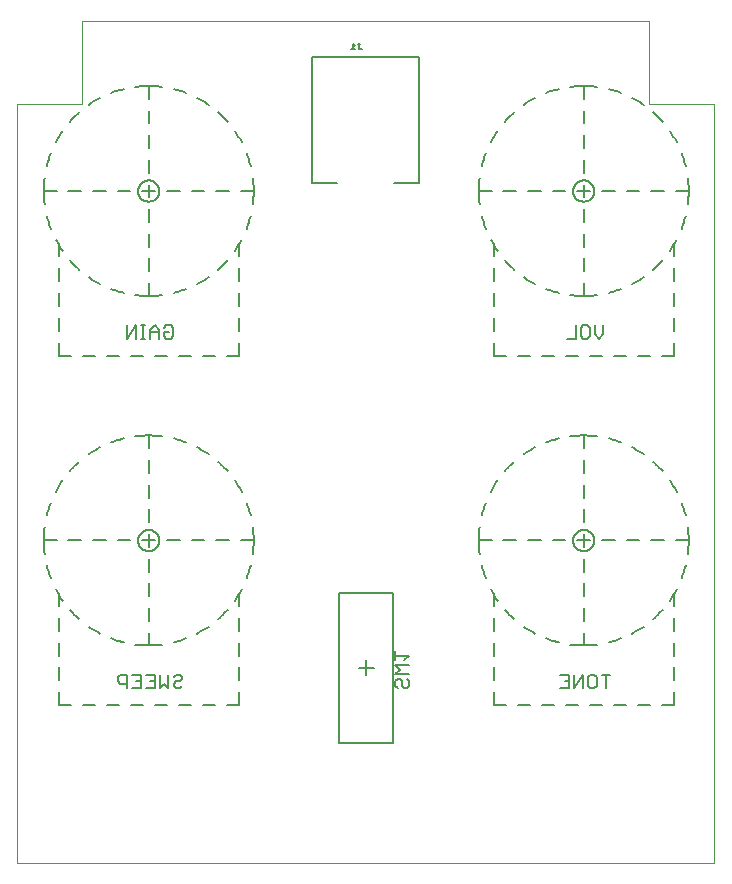
<source format=gbo>
G75*
%MOIN*%
%OFA0B0*%
%FSLAX25Y25*%
%IPPOS*%
%LPD*%
%AMOC8*
5,1,8,0,0,1.08239X$1,22.5*
%
%ADD10C,0.00500*%
%ADD11C,0.00600*%
%ADD12C,0.00800*%
%ADD13C,0.00000*%
D10*
X0018750Y0059163D02*
X0022805Y0059163D01*
X0026742Y0059163D02*
X0030797Y0059163D01*
X0034734Y0059163D02*
X0038789Y0059163D01*
X0042726Y0059163D02*
X0046781Y0059163D01*
X0050719Y0059163D02*
X0054774Y0059163D01*
X0058711Y0059163D02*
X0062766Y0059163D01*
X0066703Y0059163D02*
X0070758Y0059163D01*
X0074695Y0059163D02*
X0078750Y0059163D01*
X0078750Y0063501D01*
X0078750Y0067438D02*
X0078750Y0071776D01*
X0078750Y0075713D02*
X0078750Y0080050D01*
X0078750Y0083987D02*
X0078750Y0088325D01*
X0078750Y0092262D02*
X0078750Y0096600D01*
X0079472Y0114100D02*
X0083750Y0114100D01*
X0075535Y0114100D02*
X0071257Y0114100D01*
X0067320Y0114100D02*
X0063041Y0114100D01*
X0059104Y0114100D02*
X0054826Y0114100D01*
X0050889Y0114100D02*
X0046611Y0114100D01*
X0014757Y0122435D02*
X0014943Y0123158D01*
X0015143Y0123877D01*
X0015360Y0124592D01*
X0015591Y0125302D01*
X0015837Y0126007D01*
X0016099Y0126706D01*
X0018028Y0114100D02*
X0013750Y0114100D01*
X0021965Y0114100D02*
X0026243Y0114100D01*
X0030180Y0114100D02*
X0034459Y0114100D01*
X0038396Y0114100D02*
X0042674Y0114100D01*
X0022469Y0137215D02*
X0022968Y0137771D01*
X0023479Y0138315D01*
X0024001Y0138849D01*
X0024535Y0139371D01*
X0025079Y0139882D01*
X0025635Y0140381D01*
X0048750Y0140885D02*
X0048750Y0136607D01*
X0048750Y0132670D02*
X0048750Y0128391D01*
X0048750Y0124454D02*
X0048750Y0120176D01*
X0048750Y0116239D02*
X0048750Y0111961D01*
X0040414Y0080107D02*
X0039691Y0080293D01*
X0038972Y0080494D01*
X0038258Y0080710D01*
X0037548Y0080941D01*
X0036843Y0081188D01*
X0036144Y0081449D01*
X0048750Y0083378D02*
X0048750Y0079100D01*
X0048750Y0087315D02*
X0048750Y0091593D01*
X0048750Y0095530D02*
X0048750Y0099809D01*
X0048750Y0103746D02*
X0048750Y0108024D01*
X0057086Y0080107D02*
X0057809Y0080293D01*
X0058528Y0080494D01*
X0059242Y0080710D01*
X0059952Y0080941D01*
X0060657Y0081188D01*
X0061356Y0081449D01*
X0020041Y0094081D02*
X0019620Y0094698D01*
X0019213Y0095323D01*
X0018819Y0095957D01*
X0018439Y0096600D01*
X0018073Y0097250D01*
X0017720Y0097909D01*
X0018750Y0096600D02*
X0018750Y0092262D01*
X0018750Y0088325D02*
X0018750Y0083987D01*
X0018750Y0080050D02*
X0018750Y0075713D01*
X0018750Y0071776D02*
X0018750Y0067438D01*
X0018750Y0063501D02*
X0018750Y0059163D01*
X0077459Y0094081D02*
X0077880Y0094698D01*
X0078287Y0095323D01*
X0078681Y0095957D01*
X0079061Y0096600D01*
X0079427Y0097250D01*
X0079780Y0097909D01*
X0082743Y0122435D02*
X0082557Y0123158D01*
X0082357Y0123877D01*
X0082140Y0124592D01*
X0081909Y0125302D01*
X0081663Y0126007D01*
X0081401Y0126706D01*
X0075031Y0137215D02*
X0074532Y0137771D01*
X0074021Y0138315D01*
X0073499Y0138849D01*
X0072965Y0139371D01*
X0072421Y0139882D01*
X0071865Y0140381D01*
X0048750Y0144822D02*
X0048750Y0149100D01*
X0046781Y0175663D02*
X0042726Y0175663D01*
X0038789Y0175663D02*
X0034734Y0175663D01*
X0030797Y0175663D02*
X0026742Y0175663D01*
X0022805Y0175663D02*
X0018750Y0175663D01*
X0018750Y0180001D01*
X0018750Y0183938D02*
X0018750Y0188276D01*
X0018750Y0192213D02*
X0018750Y0196550D01*
X0018750Y0200487D02*
X0018750Y0204825D01*
X0018750Y0208762D02*
X0018750Y0213100D01*
X0018028Y0230600D02*
X0013750Y0230600D01*
X0021965Y0230600D02*
X0026243Y0230600D01*
X0030180Y0230600D02*
X0034459Y0230600D01*
X0038396Y0230600D02*
X0042674Y0230600D01*
X0046611Y0230600D02*
X0050889Y0230600D01*
X0082743Y0238935D02*
X0082557Y0239658D01*
X0082357Y0240377D01*
X0082140Y0241092D01*
X0081909Y0241802D01*
X0081663Y0242507D01*
X0081401Y0243206D01*
X0079472Y0230600D02*
X0083750Y0230600D01*
X0075535Y0230600D02*
X0071257Y0230600D01*
X0067320Y0230600D02*
X0063041Y0230600D01*
X0059104Y0230600D02*
X0054826Y0230600D01*
X0075031Y0253715D02*
X0074532Y0254271D01*
X0074021Y0254815D01*
X0073499Y0255349D01*
X0072965Y0255871D01*
X0072421Y0256382D01*
X0071865Y0256881D01*
X0048750Y0257385D02*
X0048750Y0253107D01*
X0048750Y0249170D02*
X0048750Y0244891D01*
X0048750Y0240954D02*
X0048750Y0236676D01*
X0048750Y0232739D02*
X0048750Y0228461D01*
X0040414Y0196607D02*
X0039691Y0196793D01*
X0038972Y0196994D01*
X0038258Y0197210D01*
X0037548Y0197441D01*
X0036843Y0197688D01*
X0036144Y0197949D01*
X0048750Y0199878D02*
X0048750Y0195600D01*
X0048750Y0203815D02*
X0048750Y0208093D01*
X0048750Y0212030D02*
X0048750Y0216309D01*
X0048750Y0220246D02*
X0048750Y0224524D01*
X0057086Y0196607D02*
X0057809Y0196793D01*
X0058528Y0196994D01*
X0059242Y0197210D01*
X0059952Y0197441D01*
X0060657Y0197688D01*
X0061356Y0197949D01*
X0078750Y0196550D02*
X0078750Y0192213D01*
X0078750Y0188276D02*
X0078750Y0183938D01*
X0078750Y0180001D02*
X0078750Y0175663D01*
X0074695Y0175663D01*
X0070758Y0175663D02*
X0066703Y0175663D01*
X0062766Y0175663D02*
X0058711Y0175663D01*
X0054774Y0175663D02*
X0050719Y0175663D01*
X0078750Y0200487D02*
X0078750Y0204825D01*
X0078750Y0208762D02*
X0078750Y0213100D01*
X0079780Y0246791D02*
X0079427Y0247449D01*
X0079061Y0248100D01*
X0078681Y0248742D01*
X0078287Y0249377D01*
X0077880Y0250002D01*
X0077459Y0250619D01*
X0048750Y0261322D02*
X0048750Y0265600D01*
X0057085Y0264593D02*
X0057808Y0264407D01*
X0058527Y0264207D01*
X0059242Y0263990D01*
X0059952Y0263759D01*
X0060657Y0263513D01*
X0061356Y0263251D01*
X0083464Y0235067D02*
X0083551Y0234325D01*
X0083623Y0233582D01*
X0083678Y0232838D01*
X0083718Y0232092D01*
X0083742Y0231346D01*
X0083750Y0230600D01*
X0053217Y0265314D02*
X0052475Y0265401D01*
X0051732Y0265473D01*
X0050988Y0265528D01*
X0050242Y0265568D01*
X0049496Y0265592D01*
X0048750Y0265600D01*
X0040415Y0264593D02*
X0039692Y0264407D01*
X0038973Y0264207D01*
X0038258Y0263990D01*
X0037548Y0263759D01*
X0036843Y0263513D01*
X0036144Y0263251D01*
X0025635Y0256881D02*
X0025079Y0256382D01*
X0024535Y0255871D01*
X0024001Y0255349D01*
X0023479Y0254815D01*
X0022968Y0254271D01*
X0022469Y0253715D01*
X0016099Y0243206D02*
X0015837Y0242507D01*
X0015591Y0241802D01*
X0015360Y0241092D01*
X0015143Y0240377D01*
X0014943Y0239658D01*
X0014757Y0238935D01*
X0044283Y0265314D02*
X0045025Y0265401D01*
X0045768Y0265473D01*
X0046512Y0265528D01*
X0047258Y0265568D01*
X0048004Y0265592D01*
X0048750Y0265600D01*
X0064941Y0261630D02*
X0065599Y0261277D01*
X0066250Y0260911D01*
X0066892Y0260531D01*
X0067527Y0260137D01*
X0068152Y0259730D01*
X0068769Y0259309D01*
X0032559Y0261630D02*
X0031901Y0261277D01*
X0031250Y0260911D01*
X0030608Y0260531D01*
X0029973Y0260137D01*
X0029348Y0259730D01*
X0028731Y0259309D01*
X0014036Y0235067D02*
X0013949Y0234325D01*
X0013877Y0233582D01*
X0013822Y0232838D01*
X0013782Y0232092D01*
X0013758Y0231346D01*
X0013750Y0230600D01*
X0017720Y0246791D02*
X0018073Y0247449D01*
X0018439Y0248100D01*
X0018819Y0248742D01*
X0019213Y0249377D01*
X0019620Y0250002D01*
X0020041Y0250619D01*
X0014757Y0222264D02*
X0014943Y0221541D01*
X0015144Y0220822D01*
X0015360Y0220108D01*
X0015591Y0219398D01*
X0015838Y0218693D01*
X0016099Y0217994D01*
X0077459Y0210581D02*
X0077880Y0211198D01*
X0078287Y0211823D01*
X0078681Y0212457D01*
X0079061Y0213100D01*
X0079427Y0213750D01*
X0079780Y0214409D01*
X0020041Y0210581D02*
X0019620Y0211198D01*
X0019213Y0211823D01*
X0018819Y0212457D01*
X0018439Y0213100D01*
X0018073Y0213750D01*
X0017720Y0214409D01*
X0048750Y0195600D02*
X0049497Y0195608D01*
X0050243Y0195632D01*
X0050988Y0195672D01*
X0051733Y0195727D01*
X0052476Y0195799D01*
X0053217Y0195886D01*
X0025635Y0204319D02*
X0025079Y0204818D01*
X0024535Y0205329D01*
X0024001Y0205851D01*
X0023479Y0206385D01*
X0022968Y0206929D01*
X0022469Y0207485D01*
X0071865Y0204319D02*
X0072421Y0204818D01*
X0072965Y0205329D01*
X0073499Y0205851D01*
X0074021Y0206385D01*
X0074532Y0206929D01*
X0075031Y0207485D01*
X0048750Y0195600D02*
X0048003Y0195608D01*
X0047257Y0195632D01*
X0046512Y0195672D01*
X0045767Y0195727D01*
X0045024Y0195799D01*
X0044283Y0195886D01*
X0045215Y0230600D02*
X0045217Y0230719D01*
X0045223Y0230837D01*
X0045233Y0230956D01*
X0045247Y0231074D01*
X0045265Y0231191D01*
X0045287Y0231308D01*
X0045312Y0231424D01*
X0045342Y0231539D01*
X0045375Y0231653D01*
X0045413Y0231766D01*
X0045454Y0231877D01*
X0045498Y0231987D01*
X0045547Y0232095D01*
X0045599Y0232202D01*
X0045655Y0232307D01*
X0045714Y0232410D01*
X0045776Y0232511D01*
X0045842Y0232610D01*
X0045911Y0232707D01*
X0045984Y0232801D01*
X0046059Y0232892D01*
X0046138Y0232982D01*
X0046219Y0233068D01*
X0046303Y0233152D01*
X0046391Y0233232D01*
X0046480Y0233310D01*
X0046573Y0233385D01*
X0046667Y0233456D01*
X0046765Y0233525D01*
X0046864Y0233590D01*
X0046965Y0233651D01*
X0047069Y0233710D01*
X0047174Y0233764D01*
X0047282Y0233816D01*
X0047390Y0233863D01*
X0047501Y0233907D01*
X0047613Y0233947D01*
X0047726Y0233983D01*
X0047840Y0234016D01*
X0047955Y0234044D01*
X0048071Y0234069D01*
X0048188Y0234090D01*
X0048306Y0234107D01*
X0048424Y0234120D01*
X0048542Y0234129D01*
X0048661Y0234134D01*
X0048780Y0234135D01*
X0048898Y0234132D01*
X0049017Y0234125D01*
X0049135Y0234114D01*
X0049253Y0234099D01*
X0049370Y0234080D01*
X0049487Y0234057D01*
X0049603Y0234031D01*
X0049717Y0234000D01*
X0049831Y0233966D01*
X0049944Y0233927D01*
X0050055Y0233885D01*
X0050164Y0233840D01*
X0050272Y0233790D01*
X0050379Y0233737D01*
X0050483Y0233681D01*
X0050586Y0233621D01*
X0050686Y0233558D01*
X0050784Y0233491D01*
X0050880Y0233421D01*
X0050974Y0233348D01*
X0051065Y0233272D01*
X0051153Y0233192D01*
X0051239Y0233110D01*
X0051322Y0233025D01*
X0051402Y0232937D01*
X0051479Y0232847D01*
X0051553Y0232754D01*
X0051624Y0232659D01*
X0051691Y0232561D01*
X0051756Y0232461D01*
X0051816Y0232359D01*
X0051874Y0232255D01*
X0051928Y0232149D01*
X0051978Y0232041D01*
X0052024Y0231932D01*
X0052067Y0231821D01*
X0052106Y0231709D01*
X0052142Y0231596D01*
X0052173Y0231481D01*
X0052201Y0231366D01*
X0052225Y0231250D01*
X0052245Y0231132D01*
X0052261Y0231015D01*
X0052273Y0230897D01*
X0052281Y0230778D01*
X0052285Y0230659D01*
X0052285Y0230541D01*
X0052281Y0230422D01*
X0052273Y0230303D01*
X0052261Y0230185D01*
X0052245Y0230068D01*
X0052225Y0229950D01*
X0052201Y0229834D01*
X0052173Y0229719D01*
X0052142Y0229604D01*
X0052106Y0229491D01*
X0052067Y0229379D01*
X0052024Y0229268D01*
X0051978Y0229159D01*
X0051928Y0229051D01*
X0051874Y0228945D01*
X0051816Y0228841D01*
X0051756Y0228739D01*
X0051691Y0228639D01*
X0051624Y0228541D01*
X0051553Y0228446D01*
X0051479Y0228353D01*
X0051402Y0228263D01*
X0051322Y0228175D01*
X0051239Y0228090D01*
X0051153Y0228008D01*
X0051065Y0227928D01*
X0050974Y0227852D01*
X0050880Y0227779D01*
X0050784Y0227709D01*
X0050686Y0227642D01*
X0050586Y0227579D01*
X0050483Y0227519D01*
X0050379Y0227463D01*
X0050272Y0227410D01*
X0050164Y0227360D01*
X0050055Y0227315D01*
X0049944Y0227273D01*
X0049831Y0227234D01*
X0049717Y0227200D01*
X0049603Y0227169D01*
X0049487Y0227143D01*
X0049370Y0227120D01*
X0049253Y0227101D01*
X0049135Y0227086D01*
X0049017Y0227075D01*
X0048898Y0227068D01*
X0048780Y0227065D01*
X0048661Y0227066D01*
X0048542Y0227071D01*
X0048424Y0227080D01*
X0048306Y0227093D01*
X0048188Y0227110D01*
X0048071Y0227131D01*
X0047955Y0227156D01*
X0047840Y0227184D01*
X0047726Y0227217D01*
X0047613Y0227253D01*
X0047501Y0227293D01*
X0047390Y0227337D01*
X0047282Y0227384D01*
X0047174Y0227436D01*
X0047069Y0227490D01*
X0046965Y0227549D01*
X0046864Y0227610D01*
X0046765Y0227675D01*
X0046667Y0227744D01*
X0046573Y0227815D01*
X0046480Y0227890D01*
X0046391Y0227968D01*
X0046303Y0228048D01*
X0046219Y0228132D01*
X0046138Y0228218D01*
X0046059Y0228308D01*
X0045984Y0228399D01*
X0045911Y0228493D01*
X0045842Y0228590D01*
X0045776Y0228689D01*
X0045714Y0228790D01*
X0045655Y0228893D01*
X0045599Y0228998D01*
X0045547Y0229105D01*
X0045498Y0229213D01*
X0045454Y0229323D01*
X0045413Y0229434D01*
X0045375Y0229547D01*
X0045342Y0229661D01*
X0045312Y0229776D01*
X0045287Y0229892D01*
X0045265Y0230009D01*
X0045247Y0230126D01*
X0045233Y0230244D01*
X0045223Y0230363D01*
X0045217Y0230481D01*
X0045215Y0230600D01*
X0083464Y0226133D02*
X0083551Y0226874D01*
X0083623Y0227617D01*
X0083678Y0228362D01*
X0083718Y0229107D01*
X0083742Y0229853D01*
X0083750Y0230600D01*
X0014036Y0226133D02*
X0013949Y0226874D01*
X0013877Y0227617D01*
X0013822Y0228362D01*
X0013782Y0229107D01*
X0013758Y0229853D01*
X0013750Y0230600D01*
X0064941Y0199570D02*
X0065600Y0199923D01*
X0066250Y0200289D01*
X0066893Y0200669D01*
X0067527Y0201063D01*
X0068152Y0201470D01*
X0068769Y0201891D01*
X0032559Y0199570D02*
X0031900Y0199923D01*
X0031250Y0200289D01*
X0030607Y0200669D01*
X0029973Y0201063D01*
X0029348Y0201470D01*
X0028731Y0201891D01*
X0081401Y0217994D02*
X0081662Y0218693D01*
X0081909Y0219398D01*
X0082140Y0220108D01*
X0082356Y0220822D01*
X0082557Y0221541D01*
X0082743Y0222264D01*
X0116292Y0277750D02*
X0117560Y0277750D01*
X0116926Y0277750D02*
X0116926Y0279652D01*
X0117560Y0279018D01*
X0118502Y0279652D02*
X0119136Y0279652D01*
X0118819Y0279652D02*
X0118819Y0278067D01*
X0119136Y0277750D01*
X0119453Y0277750D01*
X0119770Y0278067D01*
X0158750Y0230600D02*
X0163028Y0230600D01*
X0166965Y0230600D02*
X0171243Y0230600D01*
X0175180Y0230600D02*
X0179459Y0230600D01*
X0183396Y0230600D02*
X0187674Y0230600D01*
X0191611Y0230600D02*
X0195889Y0230600D01*
X0227743Y0238935D02*
X0227557Y0239658D01*
X0227357Y0240377D01*
X0227140Y0241092D01*
X0226909Y0241802D01*
X0226663Y0242507D01*
X0226401Y0243206D01*
X0224472Y0230600D02*
X0228750Y0230600D01*
X0220535Y0230600D02*
X0216257Y0230600D01*
X0212320Y0230600D02*
X0208041Y0230600D01*
X0204104Y0230600D02*
X0199826Y0230600D01*
X0220031Y0253715D02*
X0219532Y0254271D01*
X0219021Y0254815D01*
X0218499Y0255349D01*
X0217965Y0255871D01*
X0217421Y0256382D01*
X0216865Y0256881D01*
X0193750Y0257385D02*
X0193750Y0253107D01*
X0193750Y0249170D02*
X0193750Y0244891D01*
X0193750Y0240954D02*
X0193750Y0236676D01*
X0193750Y0232739D02*
X0193750Y0228461D01*
X0185414Y0196607D02*
X0184691Y0196793D01*
X0183972Y0196994D01*
X0183258Y0197210D01*
X0182548Y0197441D01*
X0181843Y0197688D01*
X0181144Y0197949D01*
X0193750Y0199878D02*
X0193750Y0195600D01*
X0193750Y0203815D02*
X0193750Y0208093D01*
X0193750Y0212030D02*
X0193750Y0216309D01*
X0193750Y0220246D02*
X0193750Y0224524D01*
X0202086Y0196607D02*
X0202809Y0196793D01*
X0203528Y0196994D01*
X0204242Y0197210D01*
X0204952Y0197441D01*
X0205657Y0197688D01*
X0206356Y0197949D01*
X0223750Y0196550D02*
X0223750Y0192213D01*
X0223750Y0188276D02*
X0223750Y0183938D01*
X0223750Y0180001D02*
X0223750Y0175663D01*
X0219695Y0175663D01*
X0215758Y0175663D02*
X0211703Y0175663D01*
X0207766Y0175663D02*
X0203711Y0175663D01*
X0199774Y0175663D02*
X0195719Y0175663D01*
X0191781Y0175663D02*
X0187726Y0175663D01*
X0183789Y0175663D02*
X0179734Y0175663D01*
X0175797Y0175663D02*
X0171742Y0175663D01*
X0167805Y0175663D02*
X0163750Y0175663D01*
X0163750Y0180001D01*
X0163750Y0183938D02*
X0163750Y0188276D01*
X0163750Y0192213D02*
X0163750Y0196550D01*
X0163750Y0200487D02*
X0163750Y0204825D01*
X0163750Y0208762D02*
X0163750Y0213100D01*
X0159757Y0238935D02*
X0159943Y0239658D01*
X0160143Y0240377D01*
X0160360Y0241092D01*
X0160591Y0241802D01*
X0160837Y0242507D01*
X0161099Y0243206D01*
X0167469Y0253715D02*
X0167968Y0254271D01*
X0168479Y0254815D01*
X0169001Y0255349D01*
X0169535Y0255871D01*
X0170079Y0256382D01*
X0170635Y0256881D01*
X0193750Y0261322D02*
X0193750Y0265600D01*
X0202085Y0264593D02*
X0202808Y0264407D01*
X0203527Y0264207D01*
X0204242Y0263990D01*
X0204952Y0263759D01*
X0205657Y0263513D01*
X0206356Y0263251D01*
X0228464Y0235067D02*
X0228551Y0234325D01*
X0228623Y0233582D01*
X0228678Y0232838D01*
X0228718Y0232092D01*
X0228742Y0231346D01*
X0228750Y0230600D01*
X0223750Y0213100D02*
X0223750Y0208762D01*
X0223750Y0204825D02*
X0223750Y0200487D01*
X0165041Y0210581D02*
X0164620Y0211198D01*
X0164213Y0211823D01*
X0163819Y0212457D01*
X0163439Y0213100D01*
X0163073Y0213750D01*
X0162720Y0214409D01*
X0162720Y0246791D02*
X0163073Y0247449D01*
X0163439Y0248100D01*
X0163819Y0248742D01*
X0164213Y0249377D01*
X0164620Y0250002D01*
X0165041Y0250619D01*
X0181144Y0263251D02*
X0181843Y0263513D01*
X0182548Y0263759D01*
X0183258Y0263990D01*
X0183973Y0264207D01*
X0184692Y0264407D01*
X0185415Y0264593D01*
X0159036Y0235067D02*
X0158949Y0234325D01*
X0158877Y0233582D01*
X0158822Y0232838D01*
X0158782Y0232092D01*
X0158758Y0231346D01*
X0158750Y0230600D01*
X0189283Y0265314D02*
X0190025Y0265401D01*
X0190768Y0265473D01*
X0191512Y0265528D01*
X0192258Y0265568D01*
X0193004Y0265592D01*
X0193750Y0265600D01*
X0209941Y0261630D02*
X0210599Y0261277D01*
X0211250Y0260911D01*
X0211892Y0260531D01*
X0212527Y0260137D01*
X0213152Y0259730D01*
X0213769Y0259309D01*
X0198217Y0265314D02*
X0197475Y0265401D01*
X0196732Y0265473D01*
X0195988Y0265528D01*
X0195242Y0265568D01*
X0194496Y0265592D01*
X0193750Y0265600D01*
X0177559Y0261630D02*
X0176901Y0261277D01*
X0176250Y0260911D01*
X0175608Y0260531D01*
X0174973Y0260137D01*
X0174348Y0259730D01*
X0173731Y0259309D01*
X0222459Y0250619D02*
X0222880Y0250002D01*
X0223287Y0249377D01*
X0223681Y0248742D01*
X0224061Y0248100D01*
X0224427Y0247449D01*
X0224780Y0246791D01*
X0158750Y0230600D02*
X0158758Y0229853D01*
X0158782Y0229107D01*
X0158822Y0228362D01*
X0158877Y0227617D01*
X0158949Y0226874D01*
X0159036Y0226133D01*
X0193750Y0195600D02*
X0194497Y0195608D01*
X0195243Y0195632D01*
X0195988Y0195672D01*
X0196733Y0195727D01*
X0197476Y0195799D01*
X0198217Y0195886D01*
X0170635Y0204319D02*
X0170079Y0204818D01*
X0169535Y0205329D01*
X0169001Y0205851D01*
X0168479Y0206385D01*
X0167968Y0206929D01*
X0167469Y0207485D01*
X0222459Y0210581D02*
X0222880Y0211198D01*
X0223287Y0211823D01*
X0223681Y0212457D01*
X0224061Y0213100D01*
X0224427Y0213750D01*
X0224780Y0214409D01*
X0193750Y0195600D02*
X0193003Y0195608D01*
X0192257Y0195632D01*
X0191512Y0195672D01*
X0190767Y0195727D01*
X0190024Y0195799D01*
X0189283Y0195886D01*
X0216865Y0204319D02*
X0217421Y0204818D01*
X0217965Y0205329D01*
X0218499Y0205851D01*
X0219021Y0206385D01*
X0219532Y0206929D01*
X0220031Y0207485D01*
X0190215Y0230600D02*
X0190217Y0230719D01*
X0190223Y0230837D01*
X0190233Y0230956D01*
X0190247Y0231074D01*
X0190265Y0231191D01*
X0190287Y0231308D01*
X0190312Y0231424D01*
X0190342Y0231539D01*
X0190375Y0231653D01*
X0190413Y0231766D01*
X0190454Y0231877D01*
X0190498Y0231987D01*
X0190547Y0232095D01*
X0190599Y0232202D01*
X0190655Y0232307D01*
X0190714Y0232410D01*
X0190776Y0232511D01*
X0190842Y0232610D01*
X0190911Y0232707D01*
X0190984Y0232801D01*
X0191059Y0232892D01*
X0191138Y0232982D01*
X0191219Y0233068D01*
X0191303Y0233152D01*
X0191391Y0233232D01*
X0191480Y0233310D01*
X0191573Y0233385D01*
X0191667Y0233456D01*
X0191765Y0233525D01*
X0191864Y0233590D01*
X0191965Y0233651D01*
X0192069Y0233710D01*
X0192174Y0233764D01*
X0192282Y0233816D01*
X0192390Y0233863D01*
X0192501Y0233907D01*
X0192613Y0233947D01*
X0192726Y0233983D01*
X0192840Y0234016D01*
X0192955Y0234044D01*
X0193071Y0234069D01*
X0193188Y0234090D01*
X0193306Y0234107D01*
X0193424Y0234120D01*
X0193542Y0234129D01*
X0193661Y0234134D01*
X0193780Y0234135D01*
X0193898Y0234132D01*
X0194017Y0234125D01*
X0194135Y0234114D01*
X0194253Y0234099D01*
X0194370Y0234080D01*
X0194487Y0234057D01*
X0194603Y0234031D01*
X0194717Y0234000D01*
X0194831Y0233966D01*
X0194944Y0233927D01*
X0195055Y0233885D01*
X0195164Y0233840D01*
X0195272Y0233790D01*
X0195379Y0233737D01*
X0195483Y0233681D01*
X0195586Y0233621D01*
X0195686Y0233558D01*
X0195784Y0233491D01*
X0195880Y0233421D01*
X0195974Y0233348D01*
X0196065Y0233272D01*
X0196153Y0233192D01*
X0196239Y0233110D01*
X0196322Y0233025D01*
X0196402Y0232937D01*
X0196479Y0232847D01*
X0196553Y0232754D01*
X0196624Y0232659D01*
X0196691Y0232561D01*
X0196756Y0232461D01*
X0196816Y0232359D01*
X0196874Y0232255D01*
X0196928Y0232149D01*
X0196978Y0232041D01*
X0197024Y0231932D01*
X0197067Y0231821D01*
X0197106Y0231709D01*
X0197142Y0231596D01*
X0197173Y0231481D01*
X0197201Y0231366D01*
X0197225Y0231250D01*
X0197245Y0231132D01*
X0197261Y0231015D01*
X0197273Y0230897D01*
X0197281Y0230778D01*
X0197285Y0230659D01*
X0197285Y0230541D01*
X0197281Y0230422D01*
X0197273Y0230303D01*
X0197261Y0230185D01*
X0197245Y0230068D01*
X0197225Y0229950D01*
X0197201Y0229834D01*
X0197173Y0229719D01*
X0197142Y0229604D01*
X0197106Y0229491D01*
X0197067Y0229379D01*
X0197024Y0229268D01*
X0196978Y0229159D01*
X0196928Y0229051D01*
X0196874Y0228945D01*
X0196816Y0228841D01*
X0196756Y0228739D01*
X0196691Y0228639D01*
X0196624Y0228541D01*
X0196553Y0228446D01*
X0196479Y0228353D01*
X0196402Y0228263D01*
X0196322Y0228175D01*
X0196239Y0228090D01*
X0196153Y0228008D01*
X0196065Y0227928D01*
X0195974Y0227852D01*
X0195880Y0227779D01*
X0195784Y0227709D01*
X0195686Y0227642D01*
X0195586Y0227579D01*
X0195483Y0227519D01*
X0195379Y0227463D01*
X0195272Y0227410D01*
X0195164Y0227360D01*
X0195055Y0227315D01*
X0194944Y0227273D01*
X0194831Y0227234D01*
X0194717Y0227200D01*
X0194603Y0227169D01*
X0194487Y0227143D01*
X0194370Y0227120D01*
X0194253Y0227101D01*
X0194135Y0227086D01*
X0194017Y0227075D01*
X0193898Y0227068D01*
X0193780Y0227065D01*
X0193661Y0227066D01*
X0193542Y0227071D01*
X0193424Y0227080D01*
X0193306Y0227093D01*
X0193188Y0227110D01*
X0193071Y0227131D01*
X0192955Y0227156D01*
X0192840Y0227184D01*
X0192726Y0227217D01*
X0192613Y0227253D01*
X0192501Y0227293D01*
X0192390Y0227337D01*
X0192282Y0227384D01*
X0192174Y0227436D01*
X0192069Y0227490D01*
X0191965Y0227549D01*
X0191864Y0227610D01*
X0191765Y0227675D01*
X0191667Y0227744D01*
X0191573Y0227815D01*
X0191480Y0227890D01*
X0191391Y0227968D01*
X0191303Y0228048D01*
X0191219Y0228132D01*
X0191138Y0228218D01*
X0191059Y0228308D01*
X0190984Y0228399D01*
X0190911Y0228493D01*
X0190842Y0228590D01*
X0190776Y0228689D01*
X0190714Y0228790D01*
X0190655Y0228893D01*
X0190599Y0228998D01*
X0190547Y0229105D01*
X0190498Y0229213D01*
X0190454Y0229323D01*
X0190413Y0229434D01*
X0190375Y0229547D01*
X0190342Y0229661D01*
X0190312Y0229776D01*
X0190287Y0229892D01*
X0190265Y0230009D01*
X0190247Y0230126D01*
X0190233Y0230244D01*
X0190223Y0230363D01*
X0190217Y0230481D01*
X0190215Y0230600D01*
X0159757Y0222264D02*
X0159943Y0221541D01*
X0160144Y0220822D01*
X0160360Y0220108D01*
X0160591Y0219398D01*
X0160838Y0218693D01*
X0161099Y0217994D01*
X0228464Y0226133D02*
X0228551Y0226874D01*
X0228623Y0227617D01*
X0228678Y0228362D01*
X0228718Y0229107D01*
X0228742Y0229853D01*
X0228750Y0230600D01*
X0227743Y0222264D02*
X0227557Y0221541D01*
X0227356Y0220822D01*
X0227140Y0220108D01*
X0226909Y0219398D01*
X0226662Y0218693D01*
X0226401Y0217994D01*
X0177559Y0199570D02*
X0176900Y0199923D01*
X0176250Y0200289D01*
X0175607Y0200669D01*
X0174973Y0201063D01*
X0174348Y0201470D01*
X0173731Y0201891D01*
X0209941Y0199570D02*
X0210600Y0199923D01*
X0211250Y0200289D01*
X0211893Y0200669D01*
X0212527Y0201063D01*
X0213152Y0201470D01*
X0213769Y0201891D01*
X0193750Y0149100D02*
X0193750Y0144822D01*
X0193750Y0140885D02*
X0193750Y0136607D01*
X0193750Y0132670D02*
X0193750Y0128391D01*
X0193750Y0124454D02*
X0193750Y0120176D01*
X0193750Y0116239D02*
X0193750Y0111961D01*
X0185414Y0080107D02*
X0184691Y0080293D01*
X0183972Y0080494D01*
X0183258Y0080710D01*
X0182548Y0080941D01*
X0181843Y0081188D01*
X0181144Y0081449D01*
X0193750Y0083378D02*
X0193750Y0079100D01*
X0193750Y0087315D02*
X0193750Y0091593D01*
X0193750Y0095530D02*
X0193750Y0099809D01*
X0193750Y0103746D02*
X0193750Y0108024D01*
X0202086Y0080107D02*
X0202809Y0080293D01*
X0203528Y0080494D01*
X0204242Y0080710D01*
X0204952Y0080941D01*
X0205657Y0081188D01*
X0206356Y0081449D01*
X0207766Y0059163D02*
X0203711Y0059163D01*
X0199774Y0059163D02*
X0195719Y0059163D01*
X0191781Y0059163D02*
X0187726Y0059163D01*
X0183789Y0059163D02*
X0179734Y0059163D01*
X0175797Y0059163D02*
X0171742Y0059163D01*
X0167805Y0059163D02*
X0163750Y0059163D01*
X0163750Y0063501D01*
X0163750Y0067438D02*
X0163750Y0071776D01*
X0163750Y0075713D02*
X0163750Y0080050D01*
X0163750Y0083987D02*
X0163750Y0088325D01*
X0163750Y0092262D02*
X0163750Y0096600D01*
X0163028Y0114100D02*
X0158750Y0114100D01*
X0166965Y0114100D02*
X0171243Y0114100D01*
X0175180Y0114100D02*
X0179459Y0114100D01*
X0183396Y0114100D02*
X0187674Y0114100D01*
X0191611Y0114100D02*
X0195889Y0114100D01*
X0227743Y0122435D02*
X0227557Y0123158D01*
X0227357Y0123877D01*
X0227140Y0124592D01*
X0226909Y0125302D01*
X0226663Y0126007D01*
X0226401Y0126706D01*
X0224472Y0114100D02*
X0228750Y0114100D01*
X0220535Y0114100D02*
X0216257Y0114100D01*
X0212320Y0114100D02*
X0208041Y0114100D01*
X0204104Y0114100D02*
X0199826Y0114100D01*
X0220031Y0137215D02*
X0219532Y0137771D01*
X0219021Y0138315D01*
X0218499Y0138849D01*
X0217965Y0139371D01*
X0217421Y0139882D01*
X0216865Y0140381D01*
X0206356Y0146751D02*
X0205657Y0147013D01*
X0204952Y0147259D01*
X0204242Y0147490D01*
X0203527Y0147707D01*
X0202808Y0147907D01*
X0202085Y0148093D01*
X0228464Y0118567D02*
X0228551Y0117825D01*
X0228623Y0117082D01*
X0228678Y0116338D01*
X0228718Y0115592D01*
X0228742Y0114846D01*
X0228750Y0114100D01*
X0223750Y0096600D02*
X0223750Y0092262D01*
X0223750Y0088325D02*
X0223750Y0083987D01*
X0223750Y0080050D02*
X0223750Y0075713D01*
X0223750Y0071776D02*
X0223750Y0067438D01*
X0223750Y0063501D02*
X0223750Y0059163D01*
X0219695Y0059163D01*
X0215758Y0059163D02*
X0211703Y0059163D01*
X0165041Y0094081D02*
X0164620Y0094698D01*
X0164213Y0095323D01*
X0163819Y0095957D01*
X0163439Y0096600D01*
X0163073Y0097250D01*
X0162720Y0097909D01*
X0135504Y0075653D02*
X0131000Y0075653D01*
X0131000Y0074152D02*
X0131000Y0077155D01*
X0134003Y0074152D02*
X0135504Y0075653D01*
X0135504Y0072551D02*
X0131000Y0072551D01*
X0132501Y0071049D01*
X0131000Y0069548D01*
X0135504Y0069548D01*
X0134753Y0067947D02*
X0135504Y0067196D01*
X0135504Y0065695D01*
X0134753Y0064944D01*
X0134003Y0064944D01*
X0133252Y0065695D01*
X0133252Y0067196D01*
X0132501Y0067947D01*
X0131751Y0067947D01*
X0131000Y0067196D01*
X0131000Y0065695D01*
X0131751Y0064944D01*
X0123750Y0071600D02*
X0118750Y0071600D01*
X0121250Y0069100D02*
X0121250Y0074100D01*
X0159757Y0122435D02*
X0159943Y0123158D01*
X0160143Y0123877D01*
X0160360Y0124592D01*
X0160591Y0125302D01*
X0160837Y0126007D01*
X0161099Y0126706D01*
X0167469Y0137215D02*
X0167968Y0137771D01*
X0168479Y0138315D01*
X0169001Y0138849D01*
X0169535Y0139371D01*
X0170079Y0139882D01*
X0170635Y0140381D01*
X0181144Y0146751D02*
X0181843Y0147013D01*
X0182548Y0147259D01*
X0183258Y0147490D01*
X0183973Y0147707D01*
X0184692Y0147907D01*
X0185415Y0148093D01*
X0159036Y0118567D02*
X0158949Y0117825D01*
X0158877Y0117082D01*
X0158822Y0116338D01*
X0158782Y0115592D01*
X0158758Y0114846D01*
X0158750Y0114100D01*
X0189283Y0148814D02*
X0190025Y0148901D01*
X0190768Y0148973D01*
X0191512Y0149028D01*
X0192258Y0149068D01*
X0193004Y0149092D01*
X0193750Y0149100D01*
X0209941Y0145130D02*
X0210599Y0144777D01*
X0211250Y0144411D01*
X0211892Y0144031D01*
X0212527Y0143637D01*
X0213152Y0143230D01*
X0213769Y0142809D01*
X0198217Y0148814D02*
X0197475Y0148901D01*
X0196732Y0148973D01*
X0195988Y0149028D01*
X0195242Y0149068D01*
X0194496Y0149092D01*
X0193750Y0149100D01*
X0177559Y0145130D02*
X0176901Y0144777D01*
X0176250Y0144411D01*
X0175608Y0144031D01*
X0174973Y0143637D01*
X0174348Y0143230D01*
X0173731Y0142809D01*
X0165041Y0134119D02*
X0164620Y0133502D01*
X0164213Y0132877D01*
X0163819Y0132242D01*
X0163439Y0131600D01*
X0163073Y0130949D01*
X0162720Y0130291D01*
X0159757Y0105764D02*
X0159943Y0105041D01*
X0160144Y0104322D01*
X0160360Y0103608D01*
X0160591Y0102898D01*
X0160838Y0102193D01*
X0161099Y0101494D01*
X0222459Y0094081D02*
X0222880Y0094698D01*
X0223287Y0095323D01*
X0223681Y0095957D01*
X0224061Y0096600D01*
X0224427Y0097250D01*
X0224780Y0097909D01*
X0224780Y0130291D02*
X0224427Y0130949D01*
X0224061Y0131600D01*
X0223681Y0132242D01*
X0223287Y0132877D01*
X0222880Y0133502D01*
X0222459Y0134119D01*
X0158750Y0114100D02*
X0158758Y0113353D01*
X0158782Y0112607D01*
X0158822Y0111862D01*
X0158877Y0111117D01*
X0158949Y0110374D01*
X0159036Y0109633D01*
X0193750Y0079100D02*
X0194497Y0079108D01*
X0195243Y0079132D01*
X0195988Y0079172D01*
X0196733Y0079227D01*
X0197476Y0079299D01*
X0198217Y0079386D01*
X0170635Y0087819D02*
X0170079Y0088318D01*
X0169535Y0088829D01*
X0169001Y0089351D01*
X0168479Y0089885D01*
X0167968Y0090429D01*
X0167469Y0090985D01*
X0216865Y0087819D02*
X0217421Y0088318D01*
X0217965Y0088829D01*
X0218499Y0089351D01*
X0219021Y0089885D01*
X0219532Y0090429D01*
X0220031Y0090985D01*
X0193750Y0079100D02*
X0193003Y0079108D01*
X0192257Y0079132D01*
X0191512Y0079172D01*
X0190767Y0079227D01*
X0190024Y0079299D01*
X0189283Y0079386D01*
X0190215Y0114100D02*
X0190217Y0114219D01*
X0190223Y0114337D01*
X0190233Y0114456D01*
X0190247Y0114574D01*
X0190265Y0114691D01*
X0190287Y0114808D01*
X0190312Y0114924D01*
X0190342Y0115039D01*
X0190375Y0115153D01*
X0190413Y0115266D01*
X0190454Y0115377D01*
X0190498Y0115487D01*
X0190547Y0115595D01*
X0190599Y0115702D01*
X0190655Y0115807D01*
X0190714Y0115910D01*
X0190776Y0116011D01*
X0190842Y0116110D01*
X0190911Y0116207D01*
X0190984Y0116301D01*
X0191059Y0116392D01*
X0191138Y0116482D01*
X0191219Y0116568D01*
X0191303Y0116652D01*
X0191391Y0116732D01*
X0191480Y0116810D01*
X0191573Y0116885D01*
X0191667Y0116956D01*
X0191765Y0117025D01*
X0191864Y0117090D01*
X0191965Y0117151D01*
X0192069Y0117210D01*
X0192174Y0117264D01*
X0192282Y0117316D01*
X0192390Y0117363D01*
X0192501Y0117407D01*
X0192613Y0117447D01*
X0192726Y0117483D01*
X0192840Y0117516D01*
X0192955Y0117544D01*
X0193071Y0117569D01*
X0193188Y0117590D01*
X0193306Y0117607D01*
X0193424Y0117620D01*
X0193542Y0117629D01*
X0193661Y0117634D01*
X0193780Y0117635D01*
X0193898Y0117632D01*
X0194017Y0117625D01*
X0194135Y0117614D01*
X0194253Y0117599D01*
X0194370Y0117580D01*
X0194487Y0117557D01*
X0194603Y0117531D01*
X0194717Y0117500D01*
X0194831Y0117466D01*
X0194944Y0117427D01*
X0195055Y0117385D01*
X0195164Y0117340D01*
X0195272Y0117290D01*
X0195379Y0117237D01*
X0195483Y0117181D01*
X0195586Y0117121D01*
X0195686Y0117058D01*
X0195784Y0116991D01*
X0195880Y0116921D01*
X0195974Y0116848D01*
X0196065Y0116772D01*
X0196153Y0116692D01*
X0196239Y0116610D01*
X0196322Y0116525D01*
X0196402Y0116437D01*
X0196479Y0116347D01*
X0196553Y0116254D01*
X0196624Y0116159D01*
X0196691Y0116061D01*
X0196756Y0115961D01*
X0196816Y0115859D01*
X0196874Y0115755D01*
X0196928Y0115649D01*
X0196978Y0115541D01*
X0197024Y0115432D01*
X0197067Y0115321D01*
X0197106Y0115209D01*
X0197142Y0115096D01*
X0197173Y0114981D01*
X0197201Y0114866D01*
X0197225Y0114750D01*
X0197245Y0114632D01*
X0197261Y0114515D01*
X0197273Y0114397D01*
X0197281Y0114278D01*
X0197285Y0114159D01*
X0197285Y0114041D01*
X0197281Y0113922D01*
X0197273Y0113803D01*
X0197261Y0113685D01*
X0197245Y0113568D01*
X0197225Y0113450D01*
X0197201Y0113334D01*
X0197173Y0113219D01*
X0197142Y0113104D01*
X0197106Y0112991D01*
X0197067Y0112879D01*
X0197024Y0112768D01*
X0196978Y0112659D01*
X0196928Y0112551D01*
X0196874Y0112445D01*
X0196816Y0112341D01*
X0196756Y0112239D01*
X0196691Y0112139D01*
X0196624Y0112041D01*
X0196553Y0111946D01*
X0196479Y0111853D01*
X0196402Y0111763D01*
X0196322Y0111675D01*
X0196239Y0111590D01*
X0196153Y0111508D01*
X0196065Y0111428D01*
X0195974Y0111352D01*
X0195880Y0111279D01*
X0195784Y0111209D01*
X0195686Y0111142D01*
X0195586Y0111079D01*
X0195483Y0111019D01*
X0195379Y0110963D01*
X0195272Y0110910D01*
X0195164Y0110860D01*
X0195055Y0110815D01*
X0194944Y0110773D01*
X0194831Y0110734D01*
X0194717Y0110700D01*
X0194603Y0110669D01*
X0194487Y0110643D01*
X0194370Y0110620D01*
X0194253Y0110601D01*
X0194135Y0110586D01*
X0194017Y0110575D01*
X0193898Y0110568D01*
X0193780Y0110565D01*
X0193661Y0110566D01*
X0193542Y0110571D01*
X0193424Y0110580D01*
X0193306Y0110593D01*
X0193188Y0110610D01*
X0193071Y0110631D01*
X0192955Y0110656D01*
X0192840Y0110684D01*
X0192726Y0110717D01*
X0192613Y0110753D01*
X0192501Y0110793D01*
X0192390Y0110837D01*
X0192282Y0110884D01*
X0192174Y0110936D01*
X0192069Y0110990D01*
X0191965Y0111049D01*
X0191864Y0111110D01*
X0191765Y0111175D01*
X0191667Y0111244D01*
X0191573Y0111315D01*
X0191480Y0111390D01*
X0191391Y0111468D01*
X0191303Y0111548D01*
X0191219Y0111632D01*
X0191138Y0111718D01*
X0191059Y0111808D01*
X0190984Y0111899D01*
X0190911Y0111993D01*
X0190842Y0112090D01*
X0190776Y0112189D01*
X0190714Y0112290D01*
X0190655Y0112393D01*
X0190599Y0112498D01*
X0190547Y0112605D01*
X0190498Y0112713D01*
X0190454Y0112823D01*
X0190413Y0112934D01*
X0190375Y0113047D01*
X0190342Y0113161D01*
X0190312Y0113276D01*
X0190287Y0113392D01*
X0190265Y0113509D01*
X0190247Y0113626D01*
X0190233Y0113744D01*
X0190223Y0113863D01*
X0190217Y0113981D01*
X0190215Y0114100D01*
X0228464Y0109633D02*
X0228551Y0110374D01*
X0228623Y0111117D01*
X0228678Y0111862D01*
X0228718Y0112607D01*
X0228742Y0113353D01*
X0228750Y0114100D01*
X0227743Y0105764D02*
X0227557Y0105041D01*
X0227356Y0104322D01*
X0227140Y0103608D01*
X0226909Y0102898D01*
X0226662Y0102193D01*
X0226401Y0101494D01*
X0177559Y0083070D02*
X0176900Y0083423D01*
X0176250Y0083789D01*
X0175607Y0084169D01*
X0174973Y0084563D01*
X0174348Y0084970D01*
X0173731Y0085391D01*
X0209941Y0083070D02*
X0210600Y0083423D01*
X0211250Y0083789D01*
X0211893Y0084169D01*
X0212527Y0084563D01*
X0213152Y0084970D01*
X0213769Y0085391D01*
X0079780Y0130291D02*
X0079427Y0130949D01*
X0079061Y0131600D01*
X0078681Y0132242D01*
X0078287Y0132877D01*
X0077880Y0133502D01*
X0077459Y0134119D01*
X0061356Y0146751D02*
X0060657Y0147013D01*
X0059952Y0147259D01*
X0059242Y0147490D01*
X0058527Y0147707D01*
X0057808Y0147907D01*
X0057085Y0148093D01*
X0083464Y0118567D02*
X0083551Y0117825D01*
X0083623Y0117082D01*
X0083678Y0116338D01*
X0083718Y0115592D01*
X0083742Y0114846D01*
X0083750Y0114100D01*
X0053217Y0148814D02*
X0052475Y0148901D01*
X0051732Y0148973D01*
X0050988Y0149028D01*
X0050242Y0149068D01*
X0049496Y0149092D01*
X0048750Y0149100D01*
X0040415Y0148093D02*
X0039692Y0147907D01*
X0038973Y0147707D01*
X0038258Y0147490D01*
X0037548Y0147259D01*
X0036843Y0147013D01*
X0036144Y0146751D01*
X0044283Y0148814D02*
X0045025Y0148901D01*
X0045768Y0148973D01*
X0046512Y0149028D01*
X0047258Y0149068D01*
X0048004Y0149092D01*
X0048750Y0149100D01*
X0064941Y0145130D02*
X0065599Y0144777D01*
X0066250Y0144411D01*
X0066892Y0144031D01*
X0067527Y0143637D01*
X0068152Y0143230D01*
X0068769Y0142809D01*
X0032559Y0145130D02*
X0031901Y0144777D01*
X0031250Y0144411D01*
X0030608Y0144031D01*
X0029973Y0143637D01*
X0029348Y0143230D01*
X0028731Y0142809D01*
X0014036Y0118567D02*
X0013949Y0117825D01*
X0013877Y0117082D01*
X0013822Y0116338D01*
X0013782Y0115592D01*
X0013758Y0114846D01*
X0013750Y0114100D01*
X0017720Y0130291D02*
X0018073Y0130949D01*
X0018439Y0131600D01*
X0018819Y0132242D01*
X0019213Y0132877D01*
X0019620Y0133502D01*
X0020041Y0134119D01*
X0014757Y0105764D02*
X0014943Y0105041D01*
X0015144Y0104322D01*
X0015360Y0103608D01*
X0015591Y0102898D01*
X0015838Y0102193D01*
X0016099Y0101494D01*
X0048750Y0079100D02*
X0049497Y0079108D01*
X0050243Y0079132D01*
X0050988Y0079172D01*
X0051733Y0079227D01*
X0052476Y0079299D01*
X0053217Y0079386D01*
X0025635Y0087819D02*
X0025079Y0088318D01*
X0024535Y0088829D01*
X0024001Y0089351D01*
X0023479Y0089885D01*
X0022968Y0090429D01*
X0022469Y0090985D01*
X0071865Y0087819D02*
X0072421Y0088318D01*
X0072965Y0088829D01*
X0073499Y0089351D01*
X0074021Y0089885D01*
X0074532Y0090429D01*
X0075031Y0090985D01*
X0048750Y0079100D02*
X0048003Y0079108D01*
X0047257Y0079132D01*
X0046512Y0079172D01*
X0045767Y0079227D01*
X0045024Y0079299D01*
X0044283Y0079386D01*
X0045215Y0114100D02*
X0045217Y0114219D01*
X0045223Y0114337D01*
X0045233Y0114456D01*
X0045247Y0114574D01*
X0045265Y0114691D01*
X0045287Y0114808D01*
X0045312Y0114924D01*
X0045342Y0115039D01*
X0045375Y0115153D01*
X0045413Y0115266D01*
X0045454Y0115377D01*
X0045498Y0115487D01*
X0045547Y0115595D01*
X0045599Y0115702D01*
X0045655Y0115807D01*
X0045714Y0115910D01*
X0045776Y0116011D01*
X0045842Y0116110D01*
X0045911Y0116207D01*
X0045984Y0116301D01*
X0046059Y0116392D01*
X0046138Y0116482D01*
X0046219Y0116568D01*
X0046303Y0116652D01*
X0046391Y0116732D01*
X0046480Y0116810D01*
X0046573Y0116885D01*
X0046667Y0116956D01*
X0046765Y0117025D01*
X0046864Y0117090D01*
X0046965Y0117151D01*
X0047069Y0117210D01*
X0047174Y0117264D01*
X0047282Y0117316D01*
X0047390Y0117363D01*
X0047501Y0117407D01*
X0047613Y0117447D01*
X0047726Y0117483D01*
X0047840Y0117516D01*
X0047955Y0117544D01*
X0048071Y0117569D01*
X0048188Y0117590D01*
X0048306Y0117607D01*
X0048424Y0117620D01*
X0048542Y0117629D01*
X0048661Y0117634D01*
X0048780Y0117635D01*
X0048898Y0117632D01*
X0049017Y0117625D01*
X0049135Y0117614D01*
X0049253Y0117599D01*
X0049370Y0117580D01*
X0049487Y0117557D01*
X0049603Y0117531D01*
X0049717Y0117500D01*
X0049831Y0117466D01*
X0049944Y0117427D01*
X0050055Y0117385D01*
X0050164Y0117340D01*
X0050272Y0117290D01*
X0050379Y0117237D01*
X0050483Y0117181D01*
X0050586Y0117121D01*
X0050686Y0117058D01*
X0050784Y0116991D01*
X0050880Y0116921D01*
X0050974Y0116848D01*
X0051065Y0116772D01*
X0051153Y0116692D01*
X0051239Y0116610D01*
X0051322Y0116525D01*
X0051402Y0116437D01*
X0051479Y0116347D01*
X0051553Y0116254D01*
X0051624Y0116159D01*
X0051691Y0116061D01*
X0051756Y0115961D01*
X0051816Y0115859D01*
X0051874Y0115755D01*
X0051928Y0115649D01*
X0051978Y0115541D01*
X0052024Y0115432D01*
X0052067Y0115321D01*
X0052106Y0115209D01*
X0052142Y0115096D01*
X0052173Y0114981D01*
X0052201Y0114866D01*
X0052225Y0114750D01*
X0052245Y0114632D01*
X0052261Y0114515D01*
X0052273Y0114397D01*
X0052281Y0114278D01*
X0052285Y0114159D01*
X0052285Y0114041D01*
X0052281Y0113922D01*
X0052273Y0113803D01*
X0052261Y0113685D01*
X0052245Y0113568D01*
X0052225Y0113450D01*
X0052201Y0113334D01*
X0052173Y0113219D01*
X0052142Y0113104D01*
X0052106Y0112991D01*
X0052067Y0112879D01*
X0052024Y0112768D01*
X0051978Y0112659D01*
X0051928Y0112551D01*
X0051874Y0112445D01*
X0051816Y0112341D01*
X0051756Y0112239D01*
X0051691Y0112139D01*
X0051624Y0112041D01*
X0051553Y0111946D01*
X0051479Y0111853D01*
X0051402Y0111763D01*
X0051322Y0111675D01*
X0051239Y0111590D01*
X0051153Y0111508D01*
X0051065Y0111428D01*
X0050974Y0111352D01*
X0050880Y0111279D01*
X0050784Y0111209D01*
X0050686Y0111142D01*
X0050586Y0111079D01*
X0050483Y0111019D01*
X0050379Y0110963D01*
X0050272Y0110910D01*
X0050164Y0110860D01*
X0050055Y0110815D01*
X0049944Y0110773D01*
X0049831Y0110734D01*
X0049717Y0110700D01*
X0049603Y0110669D01*
X0049487Y0110643D01*
X0049370Y0110620D01*
X0049253Y0110601D01*
X0049135Y0110586D01*
X0049017Y0110575D01*
X0048898Y0110568D01*
X0048780Y0110565D01*
X0048661Y0110566D01*
X0048542Y0110571D01*
X0048424Y0110580D01*
X0048306Y0110593D01*
X0048188Y0110610D01*
X0048071Y0110631D01*
X0047955Y0110656D01*
X0047840Y0110684D01*
X0047726Y0110717D01*
X0047613Y0110753D01*
X0047501Y0110793D01*
X0047390Y0110837D01*
X0047282Y0110884D01*
X0047174Y0110936D01*
X0047069Y0110990D01*
X0046965Y0111049D01*
X0046864Y0111110D01*
X0046765Y0111175D01*
X0046667Y0111244D01*
X0046573Y0111315D01*
X0046480Y0111390D01*
X0046391Y0111468D01*
X0046303Y0111548D01*
X0046219Y0111632D01*
X0046138Y0111718D01*
X0046059Y0111808D01*
X0045984Y0111899D01*
X0045911Y0111993D01*
X0045842Y0112090D01*
X0045776Y0112189D01*
X0045714Y0112290D01*
X0045655Y0112393D01*
X0045599Y0112498D01*
X0045547Y0112605D01*
X0045498Y0112713D01*
X0045454Y0112823D01*
X0045413Y0112934D01*
X0045375Y0113047D01*
X0045342Y0113161D01*
X0045312Y0113276D01*
X0045287Y0113392D01*
X0045265Y0113509D01*
X0045247Y0113626D01*
X0045233Y0113744D01*
X0045223Y0113863D01*
X0045217Y0113981D01*
X0045215Y0114100D01*
X0083464Y0109633D02*
X0083551Y0110374D01*
X0083623Y0111117D01*
X0083678Y0111862D01*
X0083718Y0112607D01*
X0083742Y0113353D01*
X0083750Y0114100D01*
X0014036Y0109633D02*
X0013949Y0110374D01*
X0013877Y0111117D01*
X0013822Y0111862D01*
X0013782Y0112607D01*
X0013758Y0113353D01*
X0013750Y0114100D01*
X0064941Y0083070D02*
X0065600Y0083423D01*
X0066250Y0083789D01*
X0066893Y0084169D01*
X0067527Y0084563D01*
X0068152Y0084970D01*
X0068769Y0085391D01*
X0032559Y0083070D02*
X0031900Y0083423D01*
X0031250Y0083789D01*
X0030607Y0084169D01*
X0029973Y0084563D01*
X0029348Y0084970D01*
X0028731Y0085391D01*
X0081401Y0101494D02*
X0081662Y0102193D01*
X0081909Y0102898D01*
X0082140Y0103608D01*
X0082356Y0104322D01*
X0082557Y0105041D01*
X0082743Y0105764D01*
D11*
X0112250Y0096600D02*
X0112250Y0046600D01*
X0112350Y0046600D02*
X0130250Y0046600D01*
X0130250Y0096600D01*
X0112275Y0096600D01*
X0059960Y0068570D02*
X0059960Y0067836D01*
X0059226Y0067102D01*
X0057758Y0067102D01*
X0057024Y0066368D01*
X0057024Y0065634D01*
X0057758Y0064900D01*
X0059226Y0064900D01*
X0059960Y0065634D01*
X0059960Y0068570D02*
X0059226Y0069304D01*
X0057758Y0069304D01*
X0057024Y0068570D01*
X0055356Y0069304D02*
X0055356Y0064900D01*
X0053888Y0066368D01*
X0052420Y0064900D01*
X0052420Y0069304D01*
X0050752Y0069304D02*
X0050752Y0064900D01*
X0047816Y0064900D01*
X0046148Y0064900D02*
X0043212Y0064900D01*
X0041544Y0064900D02*
X0041544Y0069304D01*
X0039342Y0069304D01*
X0038608Y0068570D01*
X0038608Y0067102D01*
X0039342Y0066368D01*
X0041544Y0066368D01*
X0044680Y0067102D02*
X0046148Y0067102D01*
X0046148Y0069304D02*
X0046148Y0064900D01*
X0049284Y0067102D02*
X0050752Y0067102D01*
X0050752Y0069304D02*
X0047816Y0069304D01*
X0046148Y0069304D02*
X0043212Y0069304D01*
X0044613Y0181400D02*
X0044613Y0185804D01*
X0041678Y0181400D01*
X0041678Y0185804D01*
X0046215Y0185804D02*
X0047683Y0185804D01*
X0046949Y0185804D02*
X0046949Y0181400D01*
X0047683Y0181400D02*
X0046215Y0181400D01*
X0049351Y0181400D02*
X0049351Y0184336D01*
X0050819Y0185804D01*
X0052287Y0184336D01*
X0052287Y0181400D01*
X0053955Y0182134D02*
X0053955Y0183602D01*
X0055423Y0183602D01*
X0056891Y0185070D02*
X0056891Y0182134D01*
X0056157Y0181400D01*
X0054689Y0181400D01*
X0053955Y0182134D01*
X0052287Y0183602D02*
X0049351Y0183602D01*
X0053955Y0185070D02*
X0054689Y0185804D01*
X0056157Y0185804D01*
X0056891Y0185070D01*
X0185910Y0069304D02*
X0188846Y0069304D01*
X0188846Y0064900D01*
X0185910Y0064900D01*
X0187378Y0067102D02*
X0188846Y0067102D01*
X0190514Y0064900D02*
X0190514Y0069304D01*
X0193450Y0069304D02*
X0190514Y0064900D01*
X0193450Y0064900D02*
X0193450Y0069304D01*
X0195118Y0068570D02*
X0195118Y0065634D01*
X0195852Y0064900D01*
X0197320Y0064900D01*
X0198054Y0065634D01*
X0198054Y0068570D01*
X0197320Y0069304D01*
X0195852Y0069304D01*
X0195118Y0068570D01*
X0199722Y0069304D02*
X0202658Y0069304D01*
X0201190Y0069304D02*
X0201190Y0064900D01*
X0198888Y0181400D02*
X0197420Y0182868D01*
X0197420Y0185804D01*
X0195752Y0185070D02*
X0195752Y0182134D01*
X0195018Y0181400D01*
X0193550Y0181400D01*
X0192816Y0182134D01*
X0192816Y0185070D01*
X0193550Y0185804D01*
X0195018Y0185804D01*
X0195752Y0185070D01*
X0198888Y0181400D02*
X0200356Y0182868D01*
X0200356Y0185804D01*
X0191148Y0185804D02*
X0191148Y0181400D01*
X0188212Y0181400D01*
D12*
X0138717Y0233163D02*
X0138717Y0235919D01*
X0138700Y0235900D02*
X0138700Y0255275D01*
X0138717Y0254423D02*
X0138717Y0275289D01*
X0103283Y0275289D01*
X0103283Y0233163D01*
X0111551Y0233163D01*
X0130449Y0233163D02*
X0138717Y0233163D01*
D13*
X0237283Y0006600D02*
X0005000Y0006600D01*
X0005000Y0259631D01*
X0026654Y0259631D01*
X0026654Y0287191D01*
X0215630Y0287191D01*
X0215630Y0259631D01*
X0237283Y0259631D01*
X0237283Y0006600D01*
M02*

</source>
